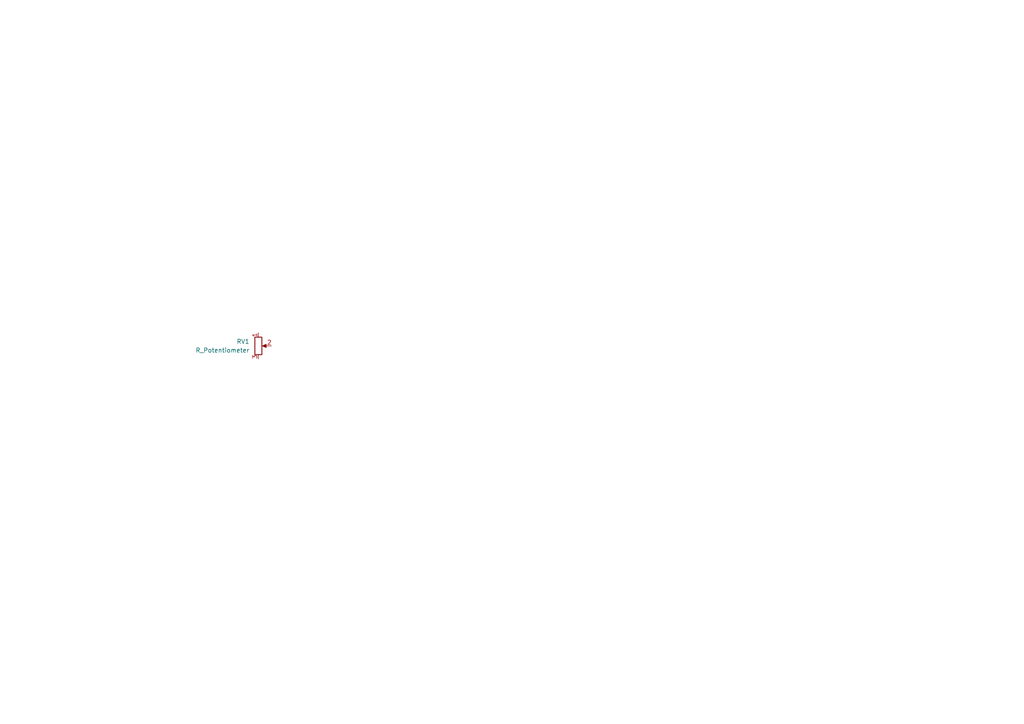
<source format=kicad_sch>
(kicad_sch (version 20230121) (generator eeschema)
  (paper "A4")
  (lib_symbols
    (symbol "Device:R_Potentiometer" (pin_names (offset 1.016) hide)
      (property "Reference" "RV" (at -4.445 0 90))
      (property "Value" "R_Potentiometer" (at -2.54 0 90))
      (symbol "R_Potentiometer_0_1"
        (polyline (pts (xy 2.54 0) (xy 1.524 0)))
        (polyline (pts (xy 1.143 0) (xy 2.286 0.508) (xy 2.286 -0.508) (xy 1.143 0)) (fill (type outline)))
        (rectangle (start 1.016 2.54) (end -1.016 -2.54) (stroke (width 0.254)))
      )
      (symbol "R_Potentiometer_1_1"
        (pin passive line (at 0 3.81 270) (length 1.27) (name "1") (number "1"))
        (pin passive line (at 3.81 0 180) (length 1.27) (name "2") (number "2"))
        (pin passive line (at 0 -3.81 90) (length 1.27) (name "3") (number "3"))
      )
    )
  )
  (symbol (lib_id "Device:R_Potentiometer") (at 74.93 100.33 0) (unit 1)
    (property "Reference" "RV1" (at 72.39 99.06 0) (effects (justify right)))
    (property "Value" "R_Potentiometer" (at 72.39 101.6 0) (effects (justify right)))
    (property "Footprint" "st_passives_potentiometers:CDE23N-60-B50K" (effects hide))
  )
)
</source>
